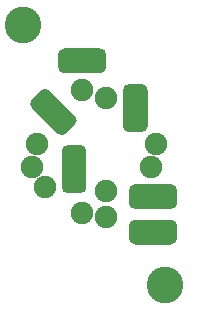
<source format=gts>
%TF.GenerationSoftware,KiCad,Pcbnew,(5.1.6)-1*%
%TF.CreationDate,2020-06-08T02:24:45-04:00*%
%TF.ProjectId,HAT_SWITCH_BREAKOUT,4841545f-5357-4495-9443-485f42524541,rev?*%
%TF.SameCoordinates,Original*%
%TF.FileFunction,Soldermask,Top*%
%TF.FilePolarity,Negative*%
%FSLAX46Y46*%
G04 Gerber Fmt 4.6, Leading zero omitted, Abs format (unit mm)*
G04 Created by KiCad (PCBNEW (5.1.6)-1) date 2020-06-08 02:24:45*
%MOMM*%
%LPD*%
G01*
G04 APERTURE LIST*
%ADD10C,3.100000*%
%ADD11C,1.900000*%
G04 APERTURE END LIST*
D10*
%TO.C,H1*%
X111840999Y-90940999D03*
%TD*%
%TO.C,J6*%
G36*
G01*
X124365999Y-109490999D02*
X121315999Y-109490999D01*
G75*
G02*
X120790999Y-108965999I0J525000D01*
G01*
X120790999Y-107915999D01*
G75*
G02*
X121315999Y-107390999I525000J0D01*
G01*
X124365999Y-107390999D01*
G75*
G02*
X124890999Y-107915999I0J-525000D01*
G01*
X124890999Y-108965999D01*
G75*
G02*
X124365999Y-109490999I-525000J0D01*
G01*
G37*
%TD*%
%TO.C,J5*%
G36*
G01*
X118365999Y-94990999D02*
X115315999Y-94990999D01*
G75*
G02*
X114790999Y-94465999I0J525000D01*
G01*
X114790999Y-93415999D01*
G75*
G02*
X115315999Y-92890999I525000J0D01*
G01*
X118365999Y-92890999D01*
G75*
G02*
X118890999Y-93415999I0J-525000D01*
G01*
X118890999Y-94465999D01*
G75*
G02*
X118365999Y-94990999I-525000J0D01*
G01*
G37*
%TD*%
%TO.C,J4*%
G36*
G01*
X114746161Y-100099025D02*
X112589485Y-97942349D01*
G75*
G02*
X112589485Y-97199887I371231J371231D01*
G01*
X113331947Y-96457425D01*
G75*
G02*
X114074409Y-96457425I371231J-371231D01*
G01*
X116231085Y-98614101D01*
G75*
G02*
X116231085Y-99356563I-371231J-371231D01*
G01*
X115488623Y-100099025D01*
G75*
G02*
X114746161Y-100099025I-371231J371231D01*
G01*
G37*
%TD*%
%TO.C,J3*%
G36*
G01*
X115106807Y-104637817D02*
X115106807Y-101587817D01*
G75*
G02*
X115631807Y-101062817I525000J0D01*
G01*
X116681807Y-101062817D01*
G75*
G02*
X117206807Y-101587817I0J-525000D01*
G01*
X117206807Y-104637817D01*
G75*
G02*
X116681807Y-105162817I-525000J0D01*
G01*
X115631807Y-105162817D01*
G75*
G02*
X115106807Y-104637817I0J525000D01*
G01*
G37*
%TD*%
%TO.C,J2*%
G36*
G01*
X121315999Y-104390999D02*
X124365999Y-104390999D01*
G75*
G02*
X124890999Y-104915999I0J-525000D01*
G01*
X124890999Y-105965999D01*
G75*
G02*
X124365999Y-106490999I-525000J0D01*
G01*
X121315999Y-106490999D01*
G75*
G02*
X120790999Y-105965999I0J525000D01*
G01*
X120790999Y-104915999D01*
G75*
G02*
X121315999Y-104390999I525000J0D01*
G01*
G37*
%TD*%
%TO.C,J1*%
G36*
G01*
X122390999Y-96415999D02*
X122390999Y-99465999D01*
G75*
G02*
X121865999Y-99990999I-525000J0D01*
G01*
X120815999Y-99990999D01*
G75*
G02*
X120290999Y-99465999I0J525000D01*
G01*
X120290999Y-96415999D01*
G75*
G02*
X120815999Y-95890999I525000J0D01*
G01*
X121865999Y-95890999D01*
G75*
G02*
X122390999Y-96415999I0J-525000D01*
G01*
G37*
%TD*%
D11*
%TO.C,S1*%
X118840999Y-107196999D03*
X123096999Y-100940999D03*
X122685999Y-102940999D03*
X118840999Y-104940999D03*
X116840999Y-106788999D03*
X113690999Y-104638999D03*
X112584999Y-102940999D03*
X112992999Y-100940999D03*
X116840999Y-96414999D03*
X118840999Y-97092999D03*
%TD*%
D10*
%TO.C,H2*%
X123840999Y-112940999D03*
%TD*%
M02*

</source>
